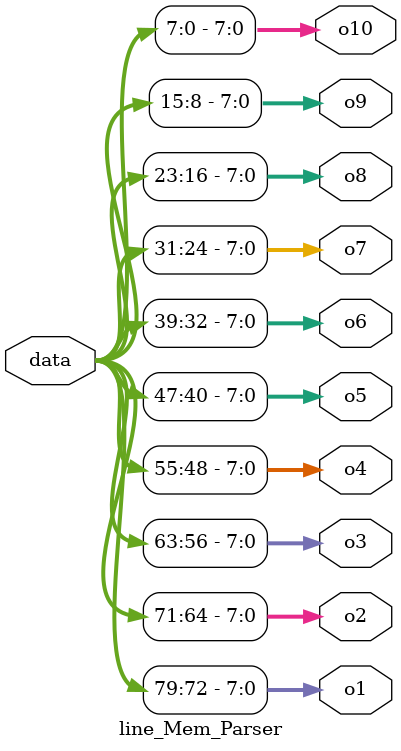
<source format=v>
module MemoryController(input CLOCK_50,
			input W_EN_MEM,
			input [4:0] I_PROG_ADDRESS, I_MEM_ADDRESS,
			input [64:0] I_MEM, 
			output wire IO_DISABLED,
			output wire[79:0] I_PROG_REQ, I_MEM_REQ, inout PS2_CLK, PS2_DAT,
         input[5:0] SELECTED_ZONE, 
			output reg [9:0]VGA_B, VGA_R, VGA_G,
			output reg VGA_HS, VGA_VS, VGA_SYNC_N, VGA_CLK, VGA_BLANK_N,
			input wire[4:0] C_FETCH,
			input wire[79:0] C_EXEC,
			input wire[51:0]C_ACCUM,
			input [9:0] POS_X, POS_Y,
			input reset,
			input [1:0] CPU_STATE,
			input CPU_ERROR);

	//double check that VGA_REQ goes through correctly dispite a change in size.
	
/*****************************************************************************
 *                           CLOCK declarations + modules                    *
 *****************************************************************************/
	wire clk_25MHZ;
	
	clock_div2 clock_div2(
        .clk(CLOCK_50),
        .div_clock(clk_25MHZ)
    );

/*****************************************************************************
 *                           VGA declarations                     			 *
 *****************************************************************************/

	//VGA dec
	wire [15:0] H_COUNTER;
	wire E_V_COUNTER;
	wire [15:0] V_COUNTER;

	parameter C_VERT_NUM_PIXELS  = 10'd480;
	parameter C_VERT_SYNC_START  = 10'd493;
	parameter C_VERT_SYNC_END    = 10'd494; //(C_VERT_SYNC_START + 2 - 1); 

	parameter C_HORZ_NUM_PIXELS  = 10'd640;
	parameter C_HORZ_SYNC_START  = 10'd659;
	parameter C_HORZ_SYNC_END    = 10'd754; //(C_HORZ_SYNC_START + 96 - 1); 

	//stuff for reading and writing from block ram
	wire mem_EN;
	wire [15:0]data_To_MEM;
	
	wire [15:0]w_address, outMem;
	reg [2:0]addressState = 0;
	reg [15:0]address = 0, m_address = 0, a_address = 0;
	reg [1:0]color;
	reg [30:0]temp;
	reg [15:0] ASCII[37:0][15:0];
	assign w_address = a_address;
	
	//stuff for intracting with memory
	reg r_mem_EN;
	reg [15:0]r_data_To_MEM;
	assign mem_EN = r_mem_EN;
	assign data_To_MEM = r_data_To_MEM;
	
	reg VGA_HS1, VGA_VS1, VGA_BLANK_N1;
	
	//get the snap shots from CPU
	reg[79:0] SC_FETCH, SC_EXEC, SC_ACCUM;

	//for VGA to memory
	//making sure all the X positions are the start of memory address to make my own life easier.
	parameter upperX = 10'd152;
	parameter upperY = 10'd57;
	parameter deltaX = 10'd128;
	parameter deltaY = 10'd26;
	
	reg [4:0]relPosY, relPosY1, characterCNT, characterCNT1;
	reg [9:0]absPosX, absPosY, absPosY1, absPosX1;
	reg [4:0]boxX1, boxY1, boxX, boxY;
	reg [79:0] PROGRAM, VGA_MEMORY;


/*****************************************************************************
 *                           VGA submodules                    				 *
 *****************************************************************************/

    hcounter hcounter(
        .clk_25MHZ(clk_25MHZ),
        .H_COUNTER(H_COUNTER),
        .E_V_COUNTER(E_V_COUNTER),
		  .reset(reset)
    );

    vcounter vcounter(
        .E_V_COUNTER(E_V_COUNTER),
        .V_COUNTER(V_COUNTER),
		  .reset(reset)
    );

	
	initImage a(
		w_address,
		CLOCK_50,
		data_To_MEM, 
		mem_EN,
		outMem);

/*****************************************************************************
 *                           KEYBOARD declarations			                 *
 *****************************************************************************/

	wire received_data_en;
	wire[7:0] received_data;

	//store the ascii code of the letter u gonna change
	reg [7:0]CHARINBUFF;

	reg released = 0;



/*****************************************************************************
 *                           MEMORY declarations			                 *
 *****************************************************************************/

	//NOT SURE IF I need to update this to normal memory
	reg VGA_SNAP_EN;
	assign IO_DISABLED = VGA_SNAP_EN;
	
	integer k;
	
	//this also serves as program address.
	reg[5:0] iter_CNT;
	
	reg VGA_USING_MEM;

	wire [4:0]w_VGAM_ADR;
	wire [107:0]w_VGAM_DAT, w_VGAM_OUT;
	wire w_VGAM_WEN;

	reg [4:0]VGAM_ADR;
	reg VGAM_WEN;
	reg [107:0]VGAM_DAT;
	
	assign w_VGAM_WEN = VGAM_WEN;
	assign w_VGAM_ADR = VGAM_ADR;
	assign w_VGAM_DAT = VGAM_DAT;
	

	wire [63:0] w_MEM_OUTa, w_MEM_OUTb;
	
	wire [4:0]w_PROG_ADR;
	wire w_PROG_WEN;
	wire [107:0]w_PROG_DAT, w_PROG_OUT;
	assign I_PROG_REQ = w_PROG_OUT; 

	reg [4:0]PROG_ADR;
	reg [107:0]PROG_DAT;

	assign w_PROG_ADR = PROG_ADR;
	assign w_PROG_DAT = PROG_DAT;

	reg [51:0] MEMORY;
	
	
	
/*****************************************************************************
 *                        MEMORY INTERMODULE declarations  		  				  *
 *****************************************************************************/

	//this also serves as program address. DO NOT uncomment already declared
	//reg[4:0] iter_CNT;

	reg [4:0] VGA_TO_VGAM_ADR;
	
	reg[79:0] pendingUpdate;
	
	reg [4:0] VGA_TO_PROG_ADR;
	
	reg PROG_MEM_CHANGE, L_PROG_MEM_CHANGE, L2_PROG_MEM_CHANGE;
	
	reg [3:0]tempCNT;
	
	assign w_PROG_WEN = (L2_PROG_MEM_CHANGE != PROG_MEM_CHANGE);
	
	
	
/*****************************************************************************
 *                           KEYBOARD submodules			                 *
 *****************************************************************************/

	PS2_Controller keyboard(.CLOCK_50(CLOCK_50), .reset(reset),
					.PS2_CLK(PS2_CLK), .PS2_DAT(PS2_DAT), .received_data(received_data), .received_data_en(received_data_en));


/*****************************************************************************
 *                           VGA memory interface                   		 *
 *****************************************************************************/
	//address is for reading
	//m_address is for writing
	always @(*)begin
		//when writing actual address is the same a write address else use read address.
		if(mem_EN) a_address = m_address;
		else a_address = address;
	end

/*****************************************************************************
 *                           VGA outputs			                 		 *
 *****************************************************************************/

	reg [5:0]tempZONE;
	always @(*) begin
		VGA_SYNC_N = 0;
		VGA_CLK = clk_25MHZ;
		VGA_HS1 <= ~((H_COUNTER >= C_HORZ_SYNC_START) && (H_COUNTER <= C_HORZ_SYNC_END));
		VGA_VS1 <= ~(( V_COUNTER >= C_VERT_SYNC_START) && ( V_COUNTER <= C_VERT_SYNC_END));
		VGA_HS <= VGA_HS1;
		VGA_VS <= VGA_VS1;
		
		//- Current X and Y is valid pixel range
		VGA_BLANK_N1 <= ((H_COUNTER < C_HORZ_NUM_PIXELS) && ( V_COUNTER < C_VERT_NUM_PIXELS));	
		VGA_BLANK_N <= VGA_BLANK_N1;
		
		  if((H_COUNTER < C_HORZ_NUM_PIXELS) && ( V_COUNTER < C_VERT_NUM_PIXELS)) begin
				if(H_COUNTER >= POS_X && H_COUNTER<POS_X+8 && V_COUNTER >= POS_Y && V_COUNTER<POS_Y + 8) begin
					VGA_R = 1023; //2^10 - 1 
					VGA_G = 0;
					VGA_B = 0;
				end
				else begin
					temp = H_COUNTER+V_COUNTER*C_HORZ_NUM_PIXELS;
					address <= temp[18:3];
					temp = temp - 1;
					addressState <= temp[2:0];

					case (addressState)
						0: color = outMem[15:14];
						1: color = outMem[13:12];
						2: color = outMem[11:10];
						3: color = outMem[9:8];
						4: color = outMem[7:6];
						5: color = outMem[5:4];
						6: color = outMem[3:2];
						7: color = outMem[1:0];
						default: color = 2;
					endcase
					
					case (color)

						0: begin
							VGA_R = 1023; //2^10 - 1 
							VGA_G = 1023;
							VGA_B = 1023;
						end
						1: begin
							VGA_R = 0;
							VGA_G = 0;
							VGA_B = 0;
						end
						2: begin
							VGA_R = 0;
							VGA_G = 0;
							VGA_B = 1023;
						end
					endcase
					
					if(color == 1) begin
						if(CPU_STATE == 0 && H_COUNTER >= 20 && H_COUNTER <90 && V_COUNTER >= 55 && V_COUNTER < 75) begin
							VGA_R = 904;
							VGA_G = 996;
							VGA_B = 1016;
						end

						if(CPU_STATE == 1 && H_COUNTER >= 20 && H_COUNTER <90 && V_COUNTER >= 75 && V_COUNTER < 95) begin
							VGA_R = 904;
							VGA_G = 996;
							VGA_B = 1016;
						end

						if(CPU_STATE == 2 && H_COUNTER >= 20 && H_COUNTER <90 && V_COUNTER >= 95 && V_COUNTER < 115) begin
							VGA_R = 904;
							VGA_G = 996;
							VGA_B = 1016;
						end

						if(SELECTED_ZONE == 1 && H_COUNTER >= 10 && H_COUNTER <70 && V_COUNTER >= 400 && V_COUNTER < 450)begin
							VGA_R = 904;
							VGA_G = 996;
							VGA_B = 1016;
						end
						
						if(SELECTED_ZONE == 5 && H_COUNTER >= 10 && H_COUNTER <70 && V_COUNTER >= 350 && V_COUNTER < 400)begin
							VGA_R = 904;
							VGA_G = 996;
							VGA_B = 1016;
						end
						
						if(SELECTED_ZONE == 6 && H_COUNTER >= 10 && H_COUNTER <70 && V_COUNTER >= 300 && V_COUNTER < 340)begin
							VGA_R = 904;
							VGA_G = 996;
							VGA_B = 1016;
						end
						
						if(SELECTED_ZONE == 7 && H_COUNTER >= 70 && H_COUNTER <120 && V_COUNTER >= 400 && V_COUNTER < 450)begin
							VGA_R = 904;
							VGA_G = 996;
							VGA_B = 1016;
						end
						
						if(SELECTED_ZONE == 8 && H_COUNTER >= 70 && H_COUNTER <100 && V_COUNTER >= 350 && V_COUNTER < 400)begin
							VGA_R = 904;
							VGA_G = 996;
							VGA_B = 1016;
						end
					end

					if(color == 0 && SELECTED_ZONE>=9 && SELECTED_ZONE< 41) begin
						tempZONE = SELECTED_ZONE - 9;
						if((H_COUNTER >= upperX + (tempZONE>>4)*deltaX) && 
							(H_COUNTER < upperX + (tempZONE>>4)*deltaX + 80) &&
							(V_COUNTER >= upperY + (tempZONE[3:0])*deltaY) &&
							(V_COUNTER < upperY + (tempZONE[3:0])*deltaY + 16)
						) begin
							VGA_R = 904;
							VGA_G = 996;
							VGA_B = 1016;
						end
					end
					
					if(color == 0 && CPU_ERROR == 1) begin
						VGA_R = 0;
						VGA_G = 1023;
						VGA_B = 0;
					end
				end
				
		  end
		  else begin
				addressState <= 0;
				address <= 0;
				VGA_B = 0;
				VGA_R = 0;
				VGA_G = 0;
		  end
		  
    end

/*****************************************************************************
 *                KEYBOARD Parser +   KEYBOARD to memory communication 		 *
 *****************************************************************************/	
	//for the letter count bram
	wire [3:0]w_LETTER_DAT, w_LETTER_OUT;
	reg [3:0]LETTER_DAT;
	assign w_LETTER_DAT = LETTER_DAT;

	LETTER_CNT L_CNT(
		w_PROG_ADR,
		CLOCK_50,
		w_LETTER_DAT,
		w_PROG_WEN,
		w_LETTER_OUT);

	reg [5:0]ACT_ZONE;

	//use to be posedge received_data_en
	always @(posedge CLOCK_50) begin
			if(reset) begin
				PROG_MEM_CHANGE = 0;
			end
			else if(received_data == 8'hF0) begin
				if(CHARINBUFF != 40 && SELECTED_ZONE>=9 && SELECTED_ZONE< 41) begin
					ACT_ZONE = SELECTED_ZONE - 9;
					tempCNT = w_LETTER_OUT;
					pendingUpdate = w_PROG_OUT;
					if(CHARINBUFF == 38 && tempCNT > 0) begin
						tempCNT = tempCNT - 1;
						//ensuring that the write enable gets turned off
						PROG_MEM_CHANGE = !PROG_MEM_CHANGE;
						case(tempCNT)
							0: pendingUpdate[79:72] = 8'b0;
							1: pendingUpdate[71:64] = 8'b0;
							2: pendingUpdate[63:56] = 8'b0;
							3: pendingUpdate[55:48] = 8'b0;
							4: pendingUpdate[47:40] = 8'b0;
							5: pendingUpdate[39:32] = 8'b0;
							6: pendingUpdate[31:24] = 8'b0;
							7: pendingUpdate[23:16] = 8'b0;
							8: pendingUpdate[15:8] = 8'b0;
							9: pendingUpdate[7:0] = 8'b0;
							default: pendingUpdate = pendingUpdate;
						endcase
					end
					else begin
						if(CHARINBUFF != 38 && tempCNT<10) begin
							case(tempCNT)
								0: pendingUpdate[79:72] = CHARINBUFF;
								1: pendingUpdate[71:64] = CHARINBUFF;
								2: pendingUpdate[63:56] = CHARINBUFF;
								3: pendingUpdate[55:48] = CHARINBUFF;
								4: pendingUpdate[47:40] = CHARINBUFF;
								5: pendingUpdate[39:32] = CHARINBUFF;
								6: pendingUpdate[31:24] = CHARINBUFF;
								7: pendingUpdate[23:16] = CHARINBUFF;
								8: pendingUpdate[15:8] = CHARINBUFF;
								9: pendingUpdate[7:0] = CHARINBUFF;
								default: pendingUpdate = pendingUpdate;
							endcase
							tempCNT  = tempCNT + 1;
							//ensuring that the write enable gets turned off
							PROG_MEM_CHANGE = !PROG_MEM_CHANGE;
						end
						else begin
							tempCNT  = tempCNT;
							pendingUpdate = pendingUpdate;
						end
					end

					PROG_DAT = pendingUpdate;
					LETTER_DAT = tempCNT;
				end
			end

			case(received_data)
				8'h29: CHARINBUFF = 0;
				8'h1C: CHARINBUFF = 1;
				8'h32: CHARINBUFF = 2;
				8'h21: CHARINBUFF = 3;
				8'h23: CHARINBUFF = 4;
				8'h24: CHARINBUFF = 5;
				8'h2B: CHARINBUFF = 6;
				8'h34: CHARINBUFF = 7;
				8'h33: CHARINBUFF = 8;
				8'h43: CHARINBUFF = 9;
				8'h3B: CHARINBUFF = 10;
				8'h42: CHARINBUFF = 11;
				8'h4B: CHARINBUFF = 12;
				8'h31: CHARINBUFF = 13;
				8'h44: CHARINBUFF = 14;
				8'h4D: CHARINBUFF = 15;
				8'h15: CHARINBUFF = 16;
				8'h2D: CHARINBUFF = 17;
				8'h1B: CHARINBUFF = 18;
				8'h2C: CHARINBUFF = 19;
				8'h3C: CHARINBUFF = 20;
				8'h2A: CHARINBUFF = 21;
				8'h22: CHARINBUFF = 22;
				8'h35: CHARINBUFF = 23;
				8'h1A: CHARINBUFF = 24;
				8'h45: CHARINBUFF = 25;
				8'h16: CHARINBUFF = 26;
				8'h1E: CHARINBUFF = 27;
				8'h26: CHARINBUFF = 28;
				8'h25: CHARINBUFF = 29;
				8'h2E: CHARINBUFF = 30;
				8'h36: CHARINBUFF = 31;
				8'h3D: CHARINBUFF = 32;
				8'h3E: CHARINBUFF = 33;
				8'h46: CHARINBUFF = 34;
				8'h4E: CHARINBUFF = 36;
				8'h66: CHARINBUFF = 38;
				default: CHARINBUFF = 40;
			endcase	
	end

/*****************************************************************************
 *                           MEMORY submodules			 		                *
 *****************************************************************************/
	//extend the ports?
	valMem val_mem(
		I_MEM_ADDRESS,
		w_VGAM_ADR,
		CLOCK_50,
		I_MEM,
		0,
		W_EN_MEM,
		0,
		I_MEM_REQ,
		w_MEM_OUTb);

	asciiMem vga_mem(
		w_VGAM_ADR,
		CLOCK_50,
		w_VGAM_DAT, 
		w_VGAM_WEN && !W_EN_MEM,
		w_VGAM_OUT);

	asciiMem prog(
		w_PROG_ADR,
		CLOCK_50,
		w_PROG_DAT, 
		w_PROG_WEN,
		w_PROG_OUT);

/*****************************************************************************
 *                         MEMORY internal updates    					 	 *
 *****************************************************************************/

	reg[99:0] num1, pnum1, num2, pnum2;
	reg[8:0] ascRem1, ascRem2;
	reg st1,st2;
	integer i,j;
	
	reg[79:0] update_mem;

	parameter scan = 0;
	parameter updating = 1;
	reg [1:0]Trans_State = 0;

	reg L_EN_MEM;

	always @(posedge clk_25MHZ) begin
		VGAM_WEN = 0;
		if(reset) begin
			iter_CNT = 0;
		end
		else if(VGA_USING_MEM == 0 && !W_EN_MEM) begin
			case(Trans_State)
				0: begin
					Trans_State = 1;
					iter_CNT = iter_CNT + 1;
					if(iter_CNT == 32)
						iter_CNT = 0;
				end
				1: Trans_State = 2;
            2: Trans_State = 3;
				3: begin
					VGAM_WEN = 1;
					st1 = 0;
					st2 = 0;
					update_mem = 0;
					MEMORY = w_MEM_OUTb;
					case(MEMORY[51:50]) 
						0: begin
							num1 = MEMORY[48:25];
							if(MEMORY[49]) begin
								update_mem[79:72] = 36;
								num1 = num1 - 1;
								num1 = num1 ^ ((1<<24)-1);
							end
							for (i=0;i<9;i = i + 1) begin
								//approximating division by ten
								if(!st1) begin
									pnum1 = num1;
									num1 = (num1 * 64'd3602879701896397)>>55;
									pnum1 = pnum1 - num1*10;
									case(pnum1)
										0: ascRem1 = 25;
										1: ascRem1 = 26;
										2: ascRem1 = 27;
										3: ascRem1 = 28;
										4: ascRem1 = 29;
										5: ascRem1 = 30;
										6: ascRem1 = 31;
										7: ascRem1 = 32;
										8: ascRem1 = 33;
										9: ascRem1 = 34;
										default: ascRem1 = 0;
									endcase
									//always use the remainder to find ascii
									if(num1 == 0) begin
										st1 = 1;
										update_mem[71:64] = ascRem1;
									end
									else if(num1<10) begin
										update_mem[63:56] = ascRem1;
									end
									else if(num1<100) begin
										update_mem[55:48] = ascRem1;
									end
									else if(num1<1000) begin
										update_mem[47:40] = ascRem1;
									end
									else if(num1<10000) begin
										update_mem[39:32] = ascRem1;
									end
									else if(num1<100000) begin
										update_mem[31:24] = ascRem1;
									end
									else if(num1<1000000) begin
										update_mem[23:16] = ascRem1;
									end
									else if(num1<10000000) begin
										update_mem[15:8] = ascRem1;
									end
									else if(num1<100000000) begin
										update_mem[7:0] = ascRem1;
									end
								end
							end
						end
						1: begin
							num1 = MEMORY[48:25];
							if(MEMORY[49]) begin
								update_mem[79:72] = 36;
								num1 = num1 - 1;
								num1 = num1 ^ ((1<<24)-1);
							end
							for (i=0;i<9;i = i + 1) begin
								if(!st1) begin
									pnum1 = num1;
									num1 = (num1 * 64'd3602879701896397)>>55;
									pnum1 = pnum1 - num1*10;
									case(pnum1)
										0: ascRem1 = 25;
										1: ascRem1 = 26;
										2: ascRem1 = 27;
										3: ascRem1 = 28;
										4: ascRem1 = 29;
										5: ascRem1 = 30;
										6: ascRem1 = 31;
										7: ascRem1 = 32;
										8: ascRem1 = 33;
										9: ascRem1 = 34;
										default: ascRem1 = 0;
									endcase
									if(num1 == 0) begin
										st1 = 1;
										update_mem[71:64] = ascRem1;
										case(i)
											0: update_mem[47:40] = 25;
											1: update_mem[47:40] = 25;
											2: update_mem[47:40] = 25;
											3: update_mem[47:40] = 25;
											4: update_mem[47:40] = 26;
											5: update_mem[47:40] = 27;
											6: update_mem[47:40] = 28;
											7: update_mem[47:40] = 29;
											8: update_mem[47:40] = 30;
										endcase
									end
									else if(num1<10) begin
										update_mem[63:56] = ascRem1;
									end
									else if(num1<100) begin
										update_mem[55:48] = ascRem1;
									end
								end
							end
							
							num2 = MEMORY[23:0];
							if(MEMORY[24]) begin
								num2 = num2 - 1;
								num2 = num2 ^ ((1<<24)-1);
							end
							for (j=0;j<9;j = j + 1) begin
								if(!st2) begin
									pnum2 = num2;
									num2 = (num2 * 64'd3602879701896397)>>55;
									pnum2 = pnum2 - num2*10;
									case(pnum2)
										0: ascRem2 = 25;
										1: ascRem2 = 26;
										2: ascRem2 = 27;
										3: ascRem2 = 28;
										4: ascRem2 = 29;
										5: ascRem2 = 30;
										6: ascRem2 = 31;
										7: ascRem2 = 32;
										8: ascRem2 = 33;
										9: ascRem2 = 34;
										default: ascRem2 = 0;
									endcase
									if(num2 == 0) begin
										st2 = 1;
										update_mem[31:24] = ascRem2;
										case(j)
											0: update_mem[7:0] = 25;
											1: update_mem[7:0] = 25;
											2: update_mem[7:0] = 25;
											3: update_mem[7:0] = 25;
											4: update_mem[7:0] = 26;
											5: update_mem[7:0] = 27;
											6: update_mem[7:0] = 28;
											7: update_mem[7:0] = 29;
											8: update_mem[7:0] = 30;
										endcase
									end
									else if(num2<10) begin
										update_mem[23:16] = ascRem2;
									end
									else if(num2<100) begin
										update_mem[15:8] = ascRem2;
									end
									else update_mem = update_mem;
								end
							end
						end
					endcase
					VGAM_DAT = update_mem;
					Trans_State = scan;
				end
			endcase
		end
	end



/*****************************************************************************
 *                           MEMORY memory interface    			 		 *
 *****************************************************************************/

	always @(*)begin
		if(VGA_USING_MEM == 0) begin
			VGAM_ADR =  iter_CNT;
		end
		else begin
			VGAM_ADR = VGA_TO_VGAM_ADR;
		end
	end

	reg VGA_SNAP_EN1;
	//have the data from prog ready to go note is it exteremly unlikely that they change zone and type in the same clock50 cycle.
	//TODO force SELECTED ZONE to <9 if cpu is running.
	always @(posedge clk_25MHZ) begin
		
		if(VGA_SNAP_EN1 == 1) begin
			PROG_ADR = VGA_TO_PROG_ADR;
		end
		else if(SELECTED_ZONE>=9 && SELECTED_ZONE< 41) begin
			//only in here should  w_PROG_WEN be set to true
			PROG_ADR = SELECTED_ZONE - 9;
		end
		else begin
			PROG_ADR = I_PROG_ADDRESS;
		end
		L2_PROG_MEM_CHANGE = L_PROG_MEM_CHANGE;
		L_PROG_MEM_CHANGE = PROG_MEM_CHANGE;
		VGA_SNAP_EN1 = VGA_SNAP_EN;
	end


/*****************************************************************************
 *               VGA editing video memory from memory memory	              *
 *****************************************************************************/		
	reg entered; 
	reg [99:0]Cnum1, Cpnum1, Cnum2, Cpnum2;
	reg [79:0] AC_FETCH, AC_ACCUM;
	reg [7:0] CascRem1, CascRem2;
	reg [4:0] CPU_CHAR_CNT, CPU_Y_CNT, CPU_PRINTED;
	reg [9:0] CPU_ABS_POS_Y, CPU_ABS_POS_X;
	reg Cst1, Cst2;
	integer ii, jj, kk;

	always @(posedge clk_25MHZ) begin
		r_mem_EN = 0;
		r_data_To_MEM = 0;
		VGA_SNAP_EN = 0;
		m_address = 0;
		VGA_USING_MEM = 0;
		PROGRAM = w_PROG_OUT;
		VGA_MEMORY = w_VGAM_OUT;

		if(V_COUNTER >= C_VERT_NUM_PIXELS) begin

			//ensure that the memory is fetched
			if(entered == 1) begin

				if(boxX1 < 2) begin
					case(characterCNT)
						0: r_data_To_MEM = ASCII[PROGRAM[79:72]][relPosY1];
						1: r_data_To_MEM = ASCII[PROGRAM[71:64]][relPosY1];
						2: r_data_To_MEM = ASCII[PROGRAM[63:56]][relPosY1];
						3: r_data_To_MEM = ASCII[PROGRAM[55:48]][relPosY1];
						4: r_data_To_MEM = ASCII[PROGRAM[47:40]][relPosY1];
						5: r_data_To_MEM = ASCII[PROGRAM[39:32]][relPosY1];
						6: r_data_To_MEM = ASCII[PROGRAM[31:24]][relPosY1];
						7: r_data_To_MEM = ASCII[PROGRAM[23:16]][relPosY1];
						8: r_data_To_MEM = ASCII[PROGRAM[15:8]][relPosY1];
						9: r_data_To_MEM = ASCII[PROGRAM[7:0]][relPosY1];
						default: r_data_To_MEM = 0;
					endcase
				end
				else if(boxX1<4) begin
					case(characterCNT)
						0: r_data_To_MEM = ASCII[VGA_MEMORY[79:72]][relPosY1];
						1: r_data_To_MEM = ASCII[VGA_MEMORY[71:64]][relPosY1];
						2: r_data_To_MEM = ASCII[VGA_MEMORY[63:56]][relPosY1];
						3: r_data_To_MEM = ASCII[VGA_MEMORY[55:48]][relPosY1];
						4: r_data_To_MEM = ASCII[VGA_MEMORY[47:40]][relPosY1];
						5: r_data_To_MEM = ASCII[VGA_MEMORY[39:32]][relPosY1];
						6: r_data_To_MEM = ASCII[VGA_MEMORY[31:24]][relPosY1];
						7: r_data_To_MEM = ASCII[VGA_MEMORY[23:16]][relPosY1];
						8: r_data_To_MEM = ASCII[VGA_MEMORY[15:8]][relPosY1];
						9: r_data_To_MEM = ASCII[VGA_MEMORY[7:0]][relPosY1];
						default: r_data_To_MEM = 0;
					endcase
				end

				r_mem_EN = 1;
				m_address = (absPosY1 + relPosY1)*80 + (absPosX1>>3) + characterCNT1;
				//(absPosY + relPosY)*80 every 80 address is one row. (absPosX>>3) 8 pixels are represented in one memaddress.
			end
			entered = 1;
			relPosY1 = relPosY;
			characterCNT1 = characterCNT;
			boxX1 = boxX;
			boxY1 = boxY;
			absPosX1 = absPosX;
			absPosY1 = absPosY;

			//iterating through each box.
			if((absPosX<550)) begin
				VGA_SNAP_EN = 1;
				if(absPosY>450) begin
					absPosY = upperY;
					absPosX = absPosX + deltaX;
					characterCNT = 0;
					boxY = 0;
					boxX = boxX + 1;
				end

				relPosY = relPosY + 1;
					
				if(relPosY == 16) begin
					characterCNT = characterCNT + 1;
					relPosY = 0;
				end
				
				//goto next box if outputed all 10 character.
				if(characterCNT == 10) begin
					characterCNT = 0;
					boxY = boxY + 1;
					absPosY = absPosY + deltaY;
				end
			end

			//note that boxX1 lags boxX by one so the memory is always ready.
			if(boxX < 2) VGA_TO_PROG_ADR = (boxX)*16+boxY;
			else VGA_TO_PROG_ADR = 0;

			if(boxX < 4 && boxX >= 2) begin
				VGA_TO_VGAM_ADR = (boxX-2)*16+boxY;
				//Set this signal so that memory self-update knows to stop
				VGA_USING_MEM = 1;
			end
			else begin
				VGA_TO_VGAM_ADR = 0;
				VGA_USING_MEM = 0;
			end

			if(boxX >=4) begin
                case(CPU_PRINTED) 
                    0: begin
                        case(CPU_CHAR_CNT)
                            0: r_data_To_MEM = ASCII[AC_FETCH[79:72]][CPU_Y_CNT];
                            1: r_data_To_MEM = ASCII[AC_FETCH[71:64]][CPU_Y_CNT];
                            2: r_data_To_MEM = ASCII[AC_FETCH[63:56]][CPU_Y_CNT];
                            3: r_data_To_MEM = ASCII[AC_FETCH[55:48]][CPU_Y_CNT];
                            4: r_data_To_MEM = ASCII[AC_FETCH[47:40]][CPU_Y_CNT];
                            5: r_data_To_MEM = ASCII[AC_FETCH[39:32]][CPU_Y_CNT];
                            6: r_data_To_MEM = ASCII[AC_FETCH[31:24]][CPU_Y_CNT];
                            7: r_data_To_MEM = ASCII[AC_FETCH[23:16]][CPU_Y_CNT];
                            8: r_data_To_MEM = ASCII[AC_FETCH[15:8]][CPU_Y_CNT];
                            9: r_data_To_MEM = ASCII[AC_FETCH[7:0]][CPU_Y_CNT];
                            default: r_data_To_MEM = 0;
                        endcase
                    end
                    1: begin
                        case(CPU_CHAR_CNT)
                            0: r_data_To_MEM = ASCII[C_EXEC[79:72]][CPU_Y_CNT];
                            1: r_data_To_MEM = ASCII[C_EXEC[71:64]][CPU_Y_CNT];
                            2: r_data_To_MEM = ASCII[C_EXEC[63:56]][CPU_Y_CNT];
                            3: r_data_To_MEM = ASCII[C_EXEC[55:48]][CPU_Y_CNT];
                            4: r_data_To_MEM = ASCII[C_EXEC[47:40]][CPU_Y_CNT];
                            5: r_data_To_MEM = ASCII[C_EXEC[39:32]][CPU_Y_CNT];
                            6: r_data_To_MEM = ASCII[C_EXEC[31:24]][CPU_Y_CNT];
                            7: r_data_To_MEM = ASCII[C_EXEC[23:16]][CPU_Y_CNT];
                            8: r_data_To_MEM = ASCII[C_EXEC[15:8]][CPU_Y_CNT];
                            9: r_data_To_MEM = ASCII[C_EXEC[7:0]][CPU_Y_CNT];
                            default: r_data_To_MEM = 0;
                        endcase
                    end
                    2: begin
                        case(CPU_CHAR_CNT)
                            0: r_data_To_MEM = ASCII[AC_ACCUM[79:72]][CPU_Y_CNT];
                            1: r_data_To_MEM = ASCII[AC_ACCUM[71:64]][CPU_Y_CNT];
                            2: r_data_To_MEM = ASCII[AC_ACCUM[63:56]][CPU_Y_CNT];
                            3: r_data_To_MEM = ASCII[AC_ACCUM[55:48]][CPU_Y_CNT];
                            4: r_data_To_MEM = ASCII[AC_ACCUM[47:40]][CPU_Y_CNT];
                            5: r_data_To_MEM = ASCII[AC_ACCUM[39:32]][CPU_Y_CNT];
                            6: r_data_To_MEM = ASCII[AC_ACCUM[31:24]][CPU_Y_CNT];
                            7: r_data_To_MEM = ASCII[AC_ACCUM[23:16]][CPU_Y_CNT];
                            8: r_data_To_MEM = ASCII[AC_ACCUM[15:8]][CPU_Y_CNT];
                            9: r_data_To_MEM = ASCII[AC_ACCUM[7:0]][CPU_Y_CNT];
                            default: r_data_To_MEM = 0;
                        endcase
                    end
                endcase

                if(CPU_PRINTED < 3) begin
					r_mem_EN = 1;
					m_address = (CPU_ABS_POS_Y + CPU_Y_CNT)*80 + (CPU_ABS_POS_X>>3) + CPU_CHAR_CNT;

					CPU_Y_CNT = CPU_Y_CNT + 1;
					if(CPU_Y_CNT == 16) begin
						CPU_CHAR_CNT = CPU_CHAR_CNT + 1;
						CPU_Y_CNT = 0;
					end

					if(CPU_CHAR_CNT == 10) begin
						CPU_CHAR_CNT = 0;
						CPU_ABS_POS_Y = CPU_ABS_POS_Y + 42;
						CPU_PRINTED = CPU_PRINTED + 1;
					end
				end
			end

		end
		else begin
			boxX = 0;
			boxY = 0;
			relPosY = 0;
			entered = 0;
			characterCNT = 0;
			absPosX = upperX;
			absPosY = upperY;
            CPU_CHAR_CNT = 0;
            CPU_Y_CNT = 0;
            CPU_PRINTED = 0;
			CPU_ABS_POS_Y = 123;
			CPU_ABS_POS_X = 24;
		end
	end


/*****************************************************************************
 *                           VGA ASCII initialization 				         *
 *****************************************************************************/

	always @(posedge reset) begin
		ASCII[0][0] = 0;
		ASCII[0][1] = 0;
		ASCII[0][2] = 0;
		ASCII[0][3] = 0;
		ASCII[0][4] = 0;
		ASCII[0][5] = 0;
		ASCII[0][6] = 0;
		ASCII[0][7] = 0;
		ASCII[0][8] = 0;
		ASCII[0][9] = 0;
		ASCII[0][10] = 0;
		ASCII[0][11] = 0;
		ASCII[0][12] = 0;
		ASCII[0][13] = 0;
		ASCII[0][14] = 0;
		ASCII[0][15] = 0;

		ASCII[1][0] = 0;
		ASCII[1][1] = 0;
		ASCII[1][2] = 0;
		ASCII[1][3] = 0;
		ASCII[1][4] = 0;
		ASCII[1][5] = 5456;
		ASCII[1][6] = 20500;
		ASCII[1][7] = 5460;
		ASCII[1][8] = 20;
		ASCII[1][9] = 20;
		ASCII[1][10] = 20500;
		ASCII[1][11] = 20564;
		ASCII[1][12] = 5396;
		ASCII[1][13] = 0;
		ASCII[1][14] = 0;
		ASCII[1][15] = 0;

		ASCII[2][0] = 0;
		ASCII[2][1] = 0;
		ASCII[2][2] = 20480;
		ASCII[2][3] = 20480;
		ASCII[2][4] = 20480;
		ASCII[2][5] = 20816;
		ASCII[2][6] = 21524;
		ASCII[2][7] = 20500;
		ASCII[2][8] = 20500;
		ASCII[2][9] = 20500;
		ASCII[2][10] = 20500;
		ASCII[2][11] = 21524;
		ASCII[2][12] = 20816;
		ASCII[2][13] = 0;
		ASCII[2][14] = 0;
		ASCII[2][15] = 0;

		ASCII[3][0] = 0;
		ASCII[3][1] = 0;
		ASCII[3][2] = 0;
		ASCII[3][3] = 0;
		ASCII[3][4] = 0;
		ASCII[3][5] = 5456;
		ASCII[3][6] = 20500;
		ASCII[3][7] = 20480;
		ASCII[3][8] = 20480;
		ASCII[3][9] = 20480;
		ASCII[3][10] = 20480;
		ASCII[3][11] = 20500;
		ASCII[3][12] = 5456;
		ASCII[3][13] = 0;
		ASCII[3][14] = 0;
		ASCII[3][15] = 0;

		ASCII[4][0] = 0;
		ASCII[4][1] = 0;
		ASCII[4][2] = 20;
		ASCII[4][3] = 20;
		ASCII[4][4] = 20;
		ASCII[4][5] = 5396;
		ASCII[4][6] = 20;
		ASCII[4][7] = 20564;
		ASCII[4][8] = 20500;
		ASCII[4][9] = 20500;
		ASCII[4][10] = 20564;
		ASCII[4][11] = 20;
		ASCII[4][12] = 5396;
		ASCII[4][13] = 0;
		ASCII[4][14] = 0;
		ASCII[4][15] = 0;

		ASCII[5][0] = 0;
		ASCII[5][1] = 0;
		ASCII[5][2] = 0;
		ASCII[5][3] = 0;
		ASCII[5][4] = 0;
		ASCII[5][5] = 5456;
		ASCII[5][6] = 20500;
		ASCII[5][7] = 21844;
		ASCII[5][8] = 20480;
		ASCII[5][9] = 20480;
		ASCII[5][10] = 20480;
		ASCII[5][11] = 20500;
		ASCII[5][12] = 5456;
		ASCII[5][13] = 0;
		ASCII[5][14] = 0;
		ASCII[5][15] = 0;

		ASCII[6][0] = 0;
		ASCII[6][1] = 0;
		ASCII[6][2] = 256;
		ASCII[6][3] = 5120;
		ASCII[6][4] = 5120;
		ASCII[6][5] = 21760;
		ASCII[6][6] = 5120;
		ASCII[6][7] = 5120;
		ASCII[6][8] = 5120;
		ASCII[6][9] = 5120;
		ASCII[6][10] = 5120;
		ASCII[6][11] = 5120;
		ASCII[6][12] = 5120;
		ASCII[6][13] = 0;
		ASCII[6][14] = 0;
		ASCII[6][15] = 0;

		ASCII[7][0] = 0;
		ASCII[7][1] = 0;
		ASCII[7][2] = 0;
		ASCII[7][3] = 0;
		ASCII[7][4] = 0;
		ASCII[7][5] = 5396;
		ASCII[7][6] = 20564;
		ASCII[7][7] = 20500;
		ASCII[7][8] = 20500;
		ASCII[7][9] = 20500;
		ASCII[7][10] = 20500;
		ASCII[7][11] = 20564;
		ASCII[7][12] = 5396;
		ASCII[7][13] = 20;
		ASCII[7][14] = 20;
		ASCII[7][15] = 21840;

		ASCII[8][0] = 0;
		ASCII[8][1] = 0;
		ASCII[8][2] = 20480;
		ASCII[8][3] = 20480;
		ASCII[8][4] = 20480;
		ASCII[8][5] = 20816;
		ASCII[8][6] = 21524;
		ASCII[8][7] = 20500;
		ASCII[8][8] = 20500;
		ASCII[8][9] = 20500;
		ASCII[8][10] = 20500;
		ASCII[8][11] = 20500;
		ASCII[8][12] = 20500;
		ASCII[8][13] = 0;
		ASCII[8][14] = 0;
		ASCII[8][15] = 0;

		ASCII[9][0] = 0;
		ASCII[9][1] = 0;
		ASCII[9][2] = 20480;
		ASCII[9][3] = 0;
		ASCII[9][4] = 0;
		ASCII[9][5] = 20480;
		ASCII[9][6] = 20480;
		ASCII[9][7] = 20480;
		ASCII[9][8] = 20480;
		ASCII[9][9] = 20480;
		ASCII[9][10] = 20480;
		ASCII[9][11] = 20480;
		ASCII[9][12] = 20480;
		ASCII[9][13] = 0;
		ASCII[9][14] = 0;
		ASCII[9][15] = 0;

		ASCII[10][0] = 0;
		ASCII[10][1] = 0;
		ASCII[10][2] = 20480;
		ASCII[10][3] = 0;
		ASCII[10][4] = 0;
		ASCII[10][5] = 20480;
		ASCII[10][6] = 20480;
		ASCII[10][7] = 20480;
		ASCII[10][8] = 20480;
		ASCII[10][9] = 20480;
		ASCII[10][10] = 20480;
		ASCII[10][11] = 20480;
		ASCII[10][12] = 20480;
		ASCII[10][13] = 20480;
		ASCII[10][14] = 20480;
		ASCII[10][15] = 0;

		ASCII[11][0] = 0;
		ASCII[11][1] = 0;
		ASCII[11][2] = 20480;
		ASCII[11][3] = 20480;
		ASCII[11][4] = 20480;
		ASCII[11][5] = 20560;
		ASCII[11][6] = 20736;
		ASCII[11][7] = 21504;
		ASCII[11][8] = 20736;
		ASCII[11][9] = 20736;
		ASCII[11][10] = 20736;
		ASCII[11][11] = 20736;
		ASCII[11][12] = 20560;
		ASCII[11][13] = 0;
		ASCII[11][14] = 0;
		ASCII[11][15] = 0;

		ASCII[12][0] = 0;
		ASCII[12][1] = 0;
		ASCII[12][2] = 20480;
		ASCII[12][3] = 20480;
		ASCII[12][4] = 20480;
		ASCII[12][5] = 20480;
		ASCII[12][6] = 20480;
		ASCII[12][7] = 20480;
		ASCII[12][8] = 20480;
		ASCII[12][9] = 20480;
		ASCII[12][10] = 20480;
		ASCII[12][11] = 20480;
		ASCII[12][12] = 20480;
		ASCII[12][13] = 0;
		ASCII[12][14] = 0;
		ASCII[12][15] = 0;

		ASCII[13][0] = 0;
		ASCII[13][1] = 0;
		ASCII[13][2] = 0;
		ASCII[13][3] = 0;
		ASCII[13][4] = 0;
		ASCII[13][5] = 21840;
		ASCII[13][6] = 20500;
		ASCII[13][7] = 20500;
		ASCII[13][8] = 20500;
		ASCII[13][9] = 20500;
		ASCII[13][10] = 20500;
		ASCII[13][11] = 20500;
		ASCII[13][12] = 20500;
		ASCII[13][13] = 0;
		ASCII[13][14] = 0;
		ASCII[13][15] = 0;

		ASCII[14][0] = 0;
		ASCII[14][1] = 0;
		ASCII[14][2] = 0;
		ASCII[14][3] = 0;
		ASCII[14][4] = 0;
		ASCII[14][5] = 5456;
		ASCII[14][6] = 16404;
		ASCII[14][7] = 20500;
		ASCII[14][8] = 20500;
		ASCII[14][9] = 20500;
		ASCII[14][10] = 20500;
		ASCII[14][11] = 16388;
		ASCII[14][12] = 5456;
		ASCII[14][13] = 0;
		ASCII[14][14] = 0;
		ASCII[14][15] = 0;

		ASCII[15][0] = 0;
		ASCII[15][1] = 0;
		ASCII[15][2] = 0;
		ASCII[15][3] = 0;
		ASCII[15][4] = 0;
		ASCII[15][5] = 16720;
		ASCII[15][6] = 21524;
		ASCII[15][7] = 16404;
		ASCII[15][8] = 16404;
		ASCII[15][9] = 21524;
		ASCII[15][10] = 21524;
		ASCII[15][11] = 21844;
		ASCII[15][12] = 16720;
		ASCII[15][13] = 16384;
		ASCII[15][14] = 16384;
		ASCII[15][15] = 16384;

		ASCII[16][0] = 0;
		ASCII[16][1] = 0;
		ASCII[16][2] = 0;
		ASCII[16][3] = 0;
		ASCII[16][4] = 0;
		ASCII[16][5] = 5396;
		ASCII[16][6] = 20564;
		ASCII[16][7] = 20500;
		ASCII[16][8] = 20500;
		ASCII[16][9] = 20500;
		ASCII[16][10] = 20500;
		ASCII[16][11] = 20564;
		ASCII[16][12] = 5396;
		ASCII[16][13] = 20;
		ASCII[16][14] = 20;
		ASCII[16][15] = 20;

		ASCII[17][0] = 0;
		ASCII[17][1] = 0;
		ASCII[17][2] = 0;
		ASCII[17][3] = 0;
		ASCII[17][4] = 0;
		ASCII[17][5] = 20736;
		ASCII[17][6] = 21504;
		ASCII[17][7] = 20480;
		ASCII[17][8] = 20480;
		ASCII[17][9] = 20480;
		ASCII[17][10] = 20480;
		ASCII[17][11] = 20480;
		ASCII[17][12] = 20480;
		ASCII[17][13] = 0;
		ASCII[17][14] = 0;
		ASCII[17][15] = 0;

		ASCII[18][0] = 0;
		ASCII[18][1] = 0;
		ASCII[18][2] = 0;
		ASCII[18][3] = 0;
		ASCII[18][4] = 0;
		ASCII[18][5] = 5456;
		ASCII[18][6] = 20500;
		ASCII[18][7] = 5376;
		ASCII[18][8] = 80;
		ASCII[18][9] = 20500;
		ASCII[18][10] = 20500;
		ASCII[18][11] = 20500;
		ASCII[18][12] = 5456;
		ASCII[18][13] = 0;
		ASCII[18][14] = 0;
		ASCII[18][15] = 0;

		ASCII[19][0] = 0;
		ASCII[19][1] = 0;
		ASCII[19][2] = 20480;
		ASCII[19][3] = 20480;
		ASCII[19][4] = 20480;
		ASCII[19][5] = 21504;
		ASCII[19][6] = 20480;
		ASCII[19][7] = 20480;
		ASCII[19][8] = 20480;
		ASCII[19][9] = 20480;
		ASCII[19][10] = 20480;
		ASCII[19][11] = 20480;
		ASCII[19][12] = 21504;
		ASCII[19][13] = 0;
		ASCII[19][14] = 0;
		ASCII[19][15] = 0;

		ASCII[20][0] = 0;
		ASCII[20][1] = 0;
		ASCII[20][2] = 0;
		ASCII[20][3] = 0;
		ASCII[20][4] = 0;
		ASCII[20][5] = 20500;
		ASCII[20][6] = 20500;
		ASCII[20][7] = 20500;
		ASCII[20][8] = 20500;
		ASCII[20][9] = 20500;
		ASCII[20][10] = 20500;
		ASCII[20][11] = 20564;
		ASCII[20][12] = 5396;
		ASCII[20][13] = 0;
		ASCII[20][14] = 0;
		ASCII[20][15] = 0;

		ASCII[21][0] = 0;
		ASCII[21][1] = 0;
		ASCII[21][2] = 0;
		ASCII[21][3] = 0;
		ASCII[21][4] = 0;
		ASCII[21][5] = 20500;
		ASCII[21][6] = 20500;
		ASCII[21][7] = 20500;
		ASCII[21][8] = 20500;
		ASCII[21][9] = 5200;
		ASCII[21][10] = 5200;
		ASCII[21][11] = 256;
		ASCII[21][12] = 256;
		ASCII[21][13] = 0;
		ASCII[21][14] = 0;
		ASCII[21][15] = 0;

		ASCII[22][0] = 0;
		ASCII[22][1] = 0;
		ASCII[22][2] = 0;
		ASCII[22][3] = 0;
		ASCII[22][4] = 0;
		ASCII[22][5] = 20500;
		ASCII[22][6] = 5200;
		ASCII[22][7] = 1344;
		ASCII[22][8] = 256;
		ASCII[22][9] = 256;
		ASCII[22][10] = 5200;
		ASCII[22][11] = 21584;
		ASCII[22][12] = 20500;
		ASCII[22][13] = 0;
		ASCII[22][14] = 0;
		ASCII[22][15] = 0;

		ASCII[23][0] = 0;
		ASCII[23][1] = 0;
		ASCII[23][2] = 0;
		ASCII[23][3] = 0;
		ASCII[23][4] = 0;
		ASCII[23][5] = 20500;
		ASCII[23][6] = 20500;
		ASCII[23][7] = 5200;
		ASCII[23][8] = 5200;
		ASCII[23][9] = 256;
		ASCII[23][10] = 256;
		ASCII[23][11] = 256;
		ASCII[23][12] = 256;
		ASCII[23][13] = 256;
		ASCII[23][14] = 256;
		ASCII[23][15] = 5120;

		ASCII[24][0] = 0;
		ASCII[24][1] = 0;
		ASCII[24][2] = 0;
		ASCII[24][3] = 0;
		ASCII[24][4] = 0;
		ASCII[24][5] = 21844;
		ASCII[24][6] = 80;
		ASCII[24][7] = 256;
		ASCII[24][8] = 256;
		ASCII[24][9] = 256;
		ASCII[24][10] = 256;
		ASCII[24][11] = 5120;
		ASCII[24][12] = 21844;
		ASCII[24][13] = 0;
		ASCII[24][14] = 0;
		ASCII[24][15] = 0;

		ASCII[25][0] = 0;
		ASCII[25][1] = 0;
		ASCII[25][2] = 5456;
		ASCII[25][3] = 20500;
		ASCII[25][4] = 20500;
		ASCII[25][5] = 20500;
		ASCII[25][6] = 20500;
		ASCII[25][7] = 20500;
		ASCII[25][8] = 20500;
		ASCII[25][9] = 20500;
		ASCII[25][10] = 20500;
		ASCII[25][11] = 20500;
		ASCII[25][12] = 5456;
		ASCII[25][13] = 0;
		ASCII[25][14] = 0;
		ASCII[25][15] = 0;

		ASCII[26][0] = 0;
		ASCII[26][1] = 0;
		ASCII[26][2] = 256;
		ASCII[26][3] = 256;
		ASCII[26][4] = 5376;
		ASCII[26][5] = 20736;
		ASCII[26][6] = 256;
		ASCII[26][7] = 256;
		ASCII[26][8] = 256;
		ASCII[26][9] = 256;
		ASCII[26][10] = 256;
		ASCII[26][11] = 256;
		ASCII[26][12] = 256;
		ASCII[26][13] = 0;
		ASCII[26][14] = 0;
		ASCII[26][15] = 0;

		ASCII[27][0] = 0;
		ASCII[27][1] = 0;
		ASCII[27][2] = 5456;
		ASCII[27][3] = 20500;
		ASCII[27][4] = 20;
		ASCII[27][5] = 20;
		ASCII[27][6] = 20;
		ASCII[27][7] = 20;
		ASCII[27][8] = 20;
		ASCII[27][9] = 80;
		ASCII[27][10] = 256;
		ASCII[27][11] = 5120;
		ASCII[27][12] = 21844;
		ASCII[27][13] = 0;
		ASCII[27][14] = 0;
		ASCII[27][15] = 0;

		ASCII[28][0] = 0;
		ASCII[28][1] = 0;
		ASCII[28][2] = 5456;
		ASCII[28][3] = 20500;
		ASCII[28][4] = 20;
		ASCII[28][5] = 20;
		ASCII[28][6] = 5456;
		ASCII[28][7] = 20;
		ASCII[28][8] = 20;
		ASCII[28][9] = 20;
		ASCII[28][10] = 20;
		ASCII[28][11] = 20500;
		ASCII[28][12] = 5456;
		ASCII[28][13] = 0;
		ASCII[28][14] = 0;
		ASCII[28][15] = 0;

		ASCII[29][0] = 0;
		ASCII[29][1] = 0;
		ASCII[29][2] = 80;
		ASCII[29][3] = 336;
		ASCII[29][4] = 80;
		ASCII[29][5] = 5200;
		ASCII[29][6] = 5200;
		ASCII[29][7] = 5200;
		ASCII[29][8] = 20560;
		ASCII[29][9] = 21844;
		ASCII[29][10] = 80;
		ASCII[29][11] = 80;
		ASCII[29][12] = 80;
		ASCII[29][13] = 0;
		ASCII[29][14] = 0;
		ASCII[29][15] = 0;

		ASCII[30][0] = 0;
		ASCII[30][1] = 0;
		ASCII[30][2] = 5460;
		ASCII[30][3] = 5120;
		ASCII[30][4] = 5120;
		ASCII[30][5] = 20480;
		ASCII[30][6] = 21840;
		ASCII[30][7] = 20;
		ASCII[30][8] = 20;
		ASCII[30][9] = 20;
		ASCII[30][10] = 20;
		ASCII[30][11] = 20500;
		ASCII[30][12] = 5456;
		ASCII[30][13] = 0;
		ASCII[30][14] = 0;
		ASCII[30][15] = 0;

		ASCII[31][0] = 0;
		ASCII[31][1] = 0;
		ASCII[31][2] = 5456;
		ASCII[31][3] = 20500;
		ASCII[31][4] = 20480;
		ASCII[31][5] = 20480;
		ASCII[31][6] = 21840;
		ASCII[31][7] = 20500;
		ASCII[31][8] = 20500;
		ASCII[31][9] = 20500;
		ASCII[31][10] = 20500;
		ASCII[31][11] = 20500;
		ASCII[31][12] = 5456;
		ASCII[31][13] = 0;
		ASCII[31][14] = 0;
		ASCII[31][15] = 0;

		ASCII[32][0] = 0;
		ASCII[32][1] = 0;
		ASCII[32][2] = 21844;
		ASCII[32][3] = 80;
		ASCII[32][4] = 80;
		ASCII[32][5] = 80;
		ASCII[32][6] = 80;
		ASCII[32][7] = 256;
		ASCII[32][8] = 256;
		ASCII[32][9] = 5120;
		ASCII[32][10] = 5120;
		ASCII[32][11] = 5120;
		ASCII[32][12] = 5120;
		ASCII[32][13] = 0;
		ASCII[32][14] = 0;
		ASCII[32][15] = 0;

		ASCII[33][0] = 0;
		ASCII[33][1] = 0;
		ASCII[33][2] = 5456;
		ASCII[33][3] = 20500;
		ASCII[33][4] = 20500;
		ASCII[33][5] = 0;
		ASCII[33][6] = 5456;
		ASCII[33][7] = 16388;
		ASCII[33][8] = 20500;
		ASCII[33][9] = 20500;
		ASCII[33][10] = 20500;
		ASCII[33][11] = 16388;
		ASCII[33][12] = 5456;
		ASCII[33][13] = 0;
		ASCII[33][14] = 0;
		ASCII[33][15] = 0;

		ASCII[34][0] = 0;
		ASCII[34][1] = 0;
		ASCII[34][2] = 5456;
		ASCII[34][3] = 16388;
		ASCII[34][4] = 20500;
		ASCII[34][5] = 20500;
		ASCII[34][6] = 20500;
		ASCII[34][7] = 16404;
		ASCII[34][8] = 5460;
		ASCII[34][9] = 20;
		ASCII[34][10] = 20;
		ASCII[34][11] = 20500;
		ASCII[34][12] = 5456;
		ASCII[34][13] = 0;
		ASCII[34][14] = 0;
		ASCII[34][15] = 0;

		ASCII[35][0] = 0;
		ASCII[35][1] = 0;
		ASCII[35][2] = 16384;
		ASCII[35][3] = 5120;
		ASCII[35][4] = 5120;
		ASCII[35][5] = 256;
		ASCII[35][6] = 256;
		ASCII[35][7] = 256;
		ASCII[35][8] = 256;
		ASCII[35][9] = 256;
		ASCII[35][10] = 256;
		ASCII[35][11] = 256;
		ASCII[35][12] = 256;
		ASCII[35][13] = 5120;
		ASCII[35][14] = 20480;
		ASCII[35][15] = 16384;

		ASCII[36][0] = 0;
		ASCII[36][1] = 0;
		ASCII[36][2] = 0;
		ASCII[36][3] = 0;
		ASCII[36][4] = 0;
		ASCII[36][5] = 0;
		ASCII[36][6] = 0;
		ASCII[36][7] = 0;
		ASCII[36][8] = 0;
		ASCII[36][9] = 21760;
		ASCII[36][10] = 0;
		ASCII[36][11] = 0;
		ASCII[36][12] = 0;
		ASCII[36][13] = 0;
		ASCII[36][14] = 0;
		ASCII[36][15] = 0;

		ASCII[37][0] = 0;
		ASCII[37][1] = 0;
		ASCII[37][2] = 256;
		ASCII[37][3] = 5120;
		ASCII[37][4] = 0;
		ASCII[37][5] = 20480;
		ASCII[37][6] = 20480;
		ASCII[37][7] = 20480;
		ASCII[37][8] = 20480;
		ASCII[37][9] = 20480;
		ASCII[37][10] = 20480;
		ASCII[37][11] = 20480;
		ASCII[37][12] = 20480;
		ASCII[37][13] = 5120;
		ASCII[37][14] = 5120;
		ASCII[37][15] = 256;
	end


endmodule




module line_Mem_Parser(input wire[79:0] data, output wire[7:0]o1,o2,o3,o4,o5,o6,o7,o8,o9,o10);
	assign o1 = data[79:72];
	assign o2 = data[71:64];
	assign o3 = data[63:56];
	assign o4 = data[55:48];
	assign o5 = data[47:40];
	assign o6 = data[39:32];
	assign o7 = data[31:24];
	assign o8 = data[23:16];
	assign o9 = data[15:8];
	assign o10 = data[7:0];
endmodule

</source>
